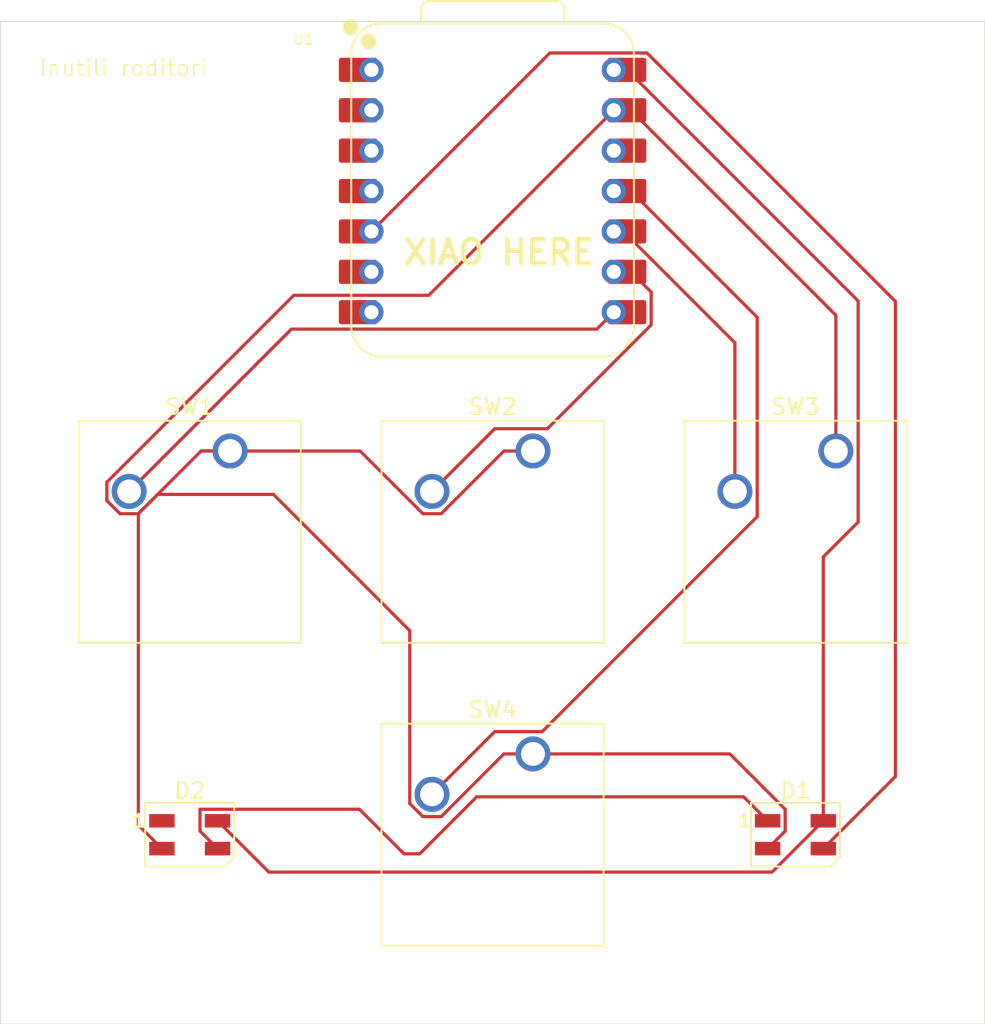
<source format=kicad_pcb>
(kicad_pcb (version 20241229) (generator "pcbnew") (generator_version "9.0")
  (layers (0 "F.Cu" signal) (2 "B.Cu" signal) (13 "F.Paste" user) (15 "B.Paste" user) (5 "F.SilkS" user "F.Silkscreen") (7 "B.SilkS" user "B.Silkscreen") (1 "F.Mask" user) (3 "B.Mask" user) (25 "Edge.Cuts" user))
  (net 0 "")
  (net 1 "Net-(D1-DOUT)")
  (net 2 "+5V")
  (net 3 "Net-(D1-DIN)")
  (net 4 "GND")
  (net 6 "Net-(U1-GPIO1{slash}RX)")
  (net 7 "Net-(U1-GPIO2{slash}SCK)")
  (net 8 "Net-(U1-GPIO4{slash}MISO)")
  (net 9 "Net-(U1-GPIO3{slash}MOSI)")
  (footprint "Button_Switch_Keyboard:SW_Cherry_MX_1.00u_PCB" (layer "F.Cu") (at 178.7525 71.12)
    (property "Reference" "SW1" (at -2.54 -2.794 0) (layer "F.SilkS"))
    (property "Value" "SW_Push")
    (fp_line (start -9.525 -1.905) (end 4.445 -1.905) (stroke (width 0.12)) (layer "F.SilkS"))
    (fp_line (start -9.525 12.065) (end -9.525 -1.905) (stroke (width 0.12)) (layer "F.SilkS"))
    (fp_line (start 4.445 -1.905) (end 4.445 12.065) (stroke (width 0.12)) (layer "F.SilkS"))
    (fp_line (start 4.445 12.065) (end -9.525 12.065) (stroke (width 0.12)) (layer "F.SilkS"))
    (pad "" np_thru_hole circle (at -7.62 5.08) (size 1.7 1.7) (drill 1.7) (layers "*.Cu" "*.Mask"))
    (pad "" np_thru_hole circle (at -2.54 5.08) (size 4 4) (drill 4) (layers "*.Cu" "*.Mask"))
    (pad "" np_thru_hole circle (at 2.54 5.08) (size 1.7 1.7) (drill 1.7) (layers "*.Cu" "*.Mask"))
    (pad "1" thru_hole circle (at 0 0) (size 2.2 2.2) (drill 1.5) (layers "*.Cu" "*.Mask") (net 4 "GND"))
    (pad "2" thru_hole circle (at -6.35 2.54) (size 2.2 2.2) (drill 1.5) (layers "*.Cu" "*.Mask") (net 6 "Net-(U1-GPIO1{slash}RX)"))
  )
  (footprint "OPL:XIAO-RP2040-DIP" (layer "F.Cu") (at 195.2625 54.76875)
    (property "Reference" "U1" (at -11.90625 -9.525 0) (layer "F.SilkS") (effects (font (size 0.635 0.635) (thickness 0.1016))))
    (property "Value" "XIAO-RP2040-DIP")
    (fp_line (start -8.89 8.509) (end -8.89 -8.636) (stroke (width 0.127)) (layer "F.SilkS"))
    (fp_line (start -6.985 10.414) (end 6.985 10.414) (stroke (width 0.127)) (layer "F.SilkS"))
    (fp_line (start -4.495 -10.541) (end -4.491272 -11.451272) (stroke (width 0.127)) (layer "F.SilkS"))
    (fp_line (start -3.991272 -11.951) (end 4.004 -11.951) (stroke (width 0.127)) (layer "F.SilkS"))
    (fp_line (start 4.504 -11.451) (end 4.504 -10.541) (stroke (width 0.127)) (layer "F.SilkS"))
    (fp_line (start 6.985 -10.541) (end -6.985 -10.541) (stroke (width 0.1)) (layer "F.SilkS"))
    (fp_line (start 6.985 -10.541) (end -6.985 -10.541) (stroke (width 0.127)) (layer "F.SilkS"))
    (fp_line (start 8.89 8.509) (end 8.89 -8.636) (stroke (width 0.127)) (layer "F.SilkS"))
    (fp_arc (start -8.89 -8.636) (mid -8.332038 -9.983038) (end -6.985 -10.541) (stroke (width 0.127)) (layer "F.SilkS"))
    (fp_arc (start -6.985 10.414) (mid -8.332038 9.856038) (end -8.89 8.509) (stroke (width 0.127)) (layer "F.SilkS"))
    (fp_arc (start -4.491272 -11.451272) (mid -4.344728 -11.80464) (end -3.991272 -11.951) (stroke (width 0.127)) (layer "F.SilkS"))
    (fp_arc (start 4.004 -11.951) (mid 4.357553 -11.804553) (end 4.504 -11.451) (stroke (width 0.127)) (layer "F.SilkS"))
    (fp_arc (start 6.985 -10.541) (mid 8.332038 -9.983038) (end 8.89 -8.636) (stroke (width 0.127)) (layer "F.SilkS"))
    (fp_arc (start 8.89 8.509) (mid 8.332038 9.856038) (end 6.985 10.414) (stroke (width 0.127)) (layer "F.SilkS"))
    (fp_circle (center -8.95 -10.3) (end -8.95 -10.554) (stroke (width 0.5)) (fill yes) (layer "F.SilkS"))
    (fp_circle (center -7.807 -9.42) (end -7.807 -9.674) (stroke (width 0.5)) (fill yes) (layer "F.SilkS"))
    (pad "1" smd roundrect (at -8.455 -7.62 180) (size 2.432 1.524) (layers "F.Cu" "F.Mask") (roundrect_rratio 0.1))
    (pad "1" thru_hole circle (at -7.62 -7.62 180) (size 1.524 1.524) (drill 0.889) (layers "*.Cu" "*.Mask"))
    (pad "2" smd roundrect (at -8.455 -5.08 180) (size 2.432 1.524) (layers "F.Cu" "F.Mask") (roundrect_rratio 0.1))
    (pad "2" thru_hole circle (at -7.62 -5.08 180) (size 1.524 1.524) (drill 0.889) (layers "*.Cu" "*.Mask"))
    (pad "3" smd roundrect (at -8.455 -2.54 180) (size 2.432 1.524) (layers "F.Cu" "F.Mask") (roundrect_rratio 0.1))
    (pad "3" thru_hole circle (at -7.62 -2.54 180) (size 1.524 1.524) (drill 0.889) (layers "*.Cu" "*.Mask"))
    (pad "4" smd roundrect (at -8.455 0 180) (size 2.432 1.524) (layers "F.Cu" "F.Mask") (roundrect_rratio 0.1))
    (pad "4" thru_hole circle (at -7.62 0 180) (size 1.524 1.524) (drill 0.889) (layers "*.Cu" "*.Mask"))
    (pad "5" smd roundrect (at -8.455 2.54 180) (size 2.432 1.524) (layers "F.Cu" "F.Mask") (roundrect_rratio 0.1) (net 3 "Net-(D1-DIN)"))
    (pad "5" thru_hole circle (at -7.62 2.54 180) (size 1.524 1.524) (drill 0.889) (layers "*.Cu" "*.Mask") (net 3 "Net-(D1-DIN)"))
    (pad "6" smd roundrect (at -8.455 5.08 180) (size 2.432 1.524) (layers "F.Cu" "F.Mask") (roundrect_rratio 0.1))
    (pad "6" thru_hole circle (at -7.62 5.08 180) (size 1.524 1.524) (drill 0.889) (layers "*.Cu" "*.Mask"))
    (pad "7" smd roundrect (at -8.455 7.62 180) (size 2.432 1.524) (layers "F.Cu" "F.Mask") (roundrect_rratio 0.1))
    (pad "7" thru_hole circle (at -7.62 7.62 180) (size 1.524 1.524) (drill 0.889) (layers "*.Cu" "*.Mask"))
    (pad "8" thru_hole circle (at 7.62 7.62) (size 1.524 1.524) (drill 0.889) (layers "*.Cu" "*.Mask") (net 6 "Net-(U1-GPIO1{slash}RX)"))
    (pad "8" smd roundrect (at 8.455 7.62) (size 2.432 1.524) (layers "F.Cu" "F.Mask") (roundrect_rratio 0.1) (net 6 "Net-(U1-GPIO1{slash}RX)"))
    (pad "9" thru_hole circle (at 7.62 5.08) (size 1.524 1.524) (drill 0.889) (layers "*.Cu" "*.Mask") (net 7 "Net-(U1-GPIO2{slash}SCK)"))
    (pad "9" smd roundrect (at 8.455 5.08) (size 2.432 1.524) (layers "F.Cu" "F.Mask") (roundrect_rratio 0.1) (net 7 "Net-(U1-GPIO2{slash}SCK)"))
    (pad "10" thru_hole circle (at 7.62 2.54) (size 1.524 1.524) (drill 0.889) (layers "*.Cu" "*.Mask") (net 8 "Net-(U1-GPIO4{slash}MISO)"))
    (pad "10" smd roundrect (at 8.455 2.54) (size 2.432 1.524) (layers "F.Cu" "F.Mask") (roundrect_rratio 0.1) (net 8 "Net-(U1-GPIO4{slash}MISO)"))
    (pad "11" thru_hole circle (at 7.62 0) (size 1.524 1.524) (drill 0.889) (layers "*.Cu" "*.Mask") (net 9 "Net-(U1-GPIO3{slash}MOSI)"))
    (pad "11" smd roundrect (at 8.455 0) (size 2.432 1.524) (layers "F.Cu" "F.Mask") (roundrect_rratio 0.1) (net 9 "Net-(U1-GPIO3{slash}MOSI)"))
    (pad "12" thru_hole circle (at 7.62 -2.54) (size 1.524 1.524) (drill 0.889) (layers "*.Cu" "*.Mask"))
    (pad "12" smd roundrect (at 8.455 -2.54) (size 2.432 1.524) (layers "F.Cu" "F.Mask") (roundrect_rratio 0.1))
    (pad "13" thru_hole circle (at 7.62 -5.08) (size 1.524 1.524) (drill 0.889) (layers "*.Cu" "*.Mask") (net 4 "GND"))
    (pad "13" smd roundrect (at 8.455 -5.08) (size 2.432 1.524) (layers "F.Cu" "F.Mask") (roundrect_rratio 0.1) (net 4 "GND"))
    (pad "14" thru_hole circle (at 7.62 -7.62) (size 1.524 1.524) (drill 0.889) (layers "*.Cu" "*.Mask") (net 2 "+5V"))
    (pad "14" smd roundrect (at 8.455 -7.62) (size 2.432 1.524) (layers "F.Cu" "F.Mask") (roundrect_rratio 0.1) (net 2 "+5V"))
  )
  (footprint "LED_SMD:LED_SK6812MINI_PLCC4_3.5x3.5mm_P1.75mm" (layer "F.Cu") (at 176.2125 95.25)
    (property "Reference" "D2" (at 0 -2.75 0) (layer "F.SilkS"))
    (property "Value" "SK6812MINI")
    (fp_line (start -2.8 -2) (end -2.8 2) (stroke (width 0.12)) (layer "F.SilkS"))
    (fp_line (start -2.8 -2) (end 2.8 -2) (stroke (width 0.12)) (layer "F.SilkS"))
    (fp_line (start -2.8 2) (end 2.2 2) (stroke (width 0.12)) (layer "F.SilkS"))
    (fp_line (start 2.8 1.4) (end 2.2 2) (stroke (width 0.12)) (layer "F.SilkS"))
    (fp_line (start 2.8 1.4) (end 2.8 -2) (stroke (width 0.12)) (layer "F.SilkS"))
    (fp_text user "1" (at -3.2 -0.875 0) (layer "F.SilkS") (effects (font (size 0.8 0.8))))
    (pad "1" smd rect (at -1.75 -0.875) (size 1.6 0.85) (layers "F.Cu" "F.Mask" "F.Paste"))
    (pad "2" smd rect (at -1.75 0.875) (size 1.6 0.85) (layers "F.Cu" "F.Mask" "F.Paste") (net 4 "GND"))
    (pad "3" smd rect (at 1.75 0.875) (size 1.6 0.85) (layers "F.Cu" "F.Mask" "F.Paste") (net 1 "Net-(D1-DOUT)"))
    (pad "4" smd rect (at 1.75 -0.875) (size 1.6 0.85) (layers "F.Cu" "F.Mask" "F.Paste") (net 2 "+5V"))
  )
  (footprint "LED_SMD:LED_SK6812MINI_PLCC4_3.5x3.5mm_P1.75mm" (layer "F.Cu") (at 214.3125 95.25)
    (property "Reference" "D1" (at 0 -2.75 0) (layer "F.SilkS"))
    (property "Value" "SK6812MINI")
    (fp_line (start -2.8 -2) (end -2.8 2) (stroke (width 0.12)) (layer "F.SilkS"))
    (fp_line (start -2.8 -2) (end 2.8 -2) (stroke (width 0.12)) (layer "F.SilkS"))
    (fp_line (start -2.8 2) (end 2.2 2) (stroke (width 0.12)) (layer "F.SilkS"))
    (fp_line (start 2.8 1.4) (end 2.2 2) (stroke (width 0.12)) (layer "F.SilkS"))
    (fp_line (start 2.8 1.4) (end 2.8 -2) (stroke (width 0.12)) (layer "F.SilkS"))
    (fp_text user "1" (at -3.2 -0.875 0) (layer "F.SilkS") (effects (font (size 0.8 0.8))))
    (pad "1" smd rect (at -1.75 -0.875) (size 1.6 0.85) (layers "F.Cu" "F.Mask" "F.Paste") (net 1 "Net-(D1-DOUT)"))
    (pad "2" smd rect (at -1.75 0.875) (size 1.6 0.85) (layers "F.Cu" "F.Mask" "F.Paste") (net 4 "GND"))
    (pad "3" smd rect (at 1.75 0.875) (size 1.6 0.85) (layers "F.Cu" "F.Mask" "F.Paste") (net 3 "Net-(D1-DIN)"))
    (pad "4" smd rect (at 1.75 -0.875) (size 1.6 0.85) (layers "F.Cu" "F.Mask" "F.Paste") (net 2 "+5V"))
  )
  (footprint "Button_Switch_Keyboard:SW_Cherry_MX_1.00u_PCB" (layer "F.Cu") (at 197.8025 71.12)
    (property "Reference" "SW2" (at -2.54 -2.794 0) (layer "F.SilkS"))
    (property "Value" "SW_Push")
    (fp_line (start -9.525 -1.905) (end 4.445 -1.905) (stroke (width 0.12)) (layer "F.SilkS"))
    (fp_line (start -9.525 12.065) (end -9.525 -1.905) (stroke (width 0.12)) (layer "F.SilkS"))
    (fp_line (start 4.445 -1.905) (end 4.445 12.065) (stroke (width 0.12)) (layer "F.SilkS"))
    (fp_line (start 4.445 12.065) (end -9.525 12.065) (stroke (width 0.12)) (layer "F.SilkS"))
    (pad "" np_thru_hole circle (at -7.62 5.08) (size 1.7 1.7) (drill 1.7) (layers "*.Cu" "*.Mask"))
    (pad "" np_thru_hole circle (at -2.54 5.08) (size 4 4) (drill 4) (layers "*.Cu" "*.Mask"))
    (pad "" np_thru_hole circle (at 2.54 5.08) (size 1.7 1.7) (drill 1.7) (layers "*.Cu" "*.Mask"))
    (pad "1" thru_hole circle (at 0 0) (size 2.2 2.2) (drill 1.5) (layers "*.Cu" "*.Mask") (net 4 "GND"))
    (pad "2" thru_hole circle (at -6.35 2.54) (size 2.2 2.2) (drill 1.5) (layers "*.Cu" "*.Mask") (net 7 "Net-(U1-GPIO2{slash}SCK)"))
  )
  (footprint "Button_Switch_Keyboard:SW_Cherry_MX_1.00u_PCB" (layer "F.Cu") (at 216.8525 71.12)
    (property "Reference" "SW3" (at -2.54 -2.794 0) (layer "F.SilkS"))
    (property "Value" "SW_Push")
    (fp_line (start -9.525 -1.905) (end 4.445 -1.905) (stroke (width 0.12)) (layer "F.SilkS"))
    (fp_line (start -9.525 12.065) (end -9.525 -1.905) (stroke (width 0.12)) (layer "F.SilkS"))
    (fp_line (start 4.445 -1.905) (end 4.445 12.065) (stroke (width 0.12)) (layer "F.SilkS"))
    (fp_line (start 4.445 12.065) (end -9.525 12.065) (stroke (width 0.12)) (layer "F.SilkS"))
    (pad "" np_thru_hole circle (at -7.62 5.08) (size 1.7 1.7) (drill 1.7) (layers "*.Cu" "*.Mask"))
    (pad "" np_thru_hole circle (at -2.54 5.08) (size 4 4) (drill 4) (layers "*.Cu" "*.Mask"))
    (pad "" np_thru_hole circle (at 2.54 5.08) (size 1.7 1.7) (drill 1.7) (layers "*.Cu" "*.Mask"))
    (pad "1" thru_hole circle (at 0 0) (size 2.2 2.2) (drill 1.5) (layers "*.Cu" "*.Mask") (net 4 "GND"))
    (pad "2" thru_hole circle (at -6.35 2.54) (size 2.2 2.2) (drill 1.5) (layers "*.Cu" "*.Mask") (net 8 "Net-(U1-GPIO4{slash}MISO)"))
  )
  (footprint "Button_Switch_Keyboard:SW_Cherry_MX_1.00u_PCB" (layer "F.Cu") (at 197.8025 90.17)
    (property "Reference" "SW4" (at -2.54 -2.794 0) (layer "F.SilkS"))
    (property "Value" "SW_Push")
    (fp_line (start -9.525 -1.905) (end 4.445 -1.905) (stroke (width 0.12)) (layer "F.SilkS"))
    (fp_line (start -9.525 12.065) (end -9.525 -1.905) (stroke (width 0.12)) (layer "F.SilkS"))
    (fp_line (start 4.445 -1.905) (end 4.445 12.065) (stroke (width 0.12)) (layer "F.SilkS"))
    (fp_line (start 4.445 12.065) (end -9.525 12.065) (stroke (width 0.12)) (layer "F.SilkS"))
    (pad "" np_thru_hole circle (at -7.62 5.08) (size 1.7 1.7) (drill 1.7) (layers "*.Cu" "*.Mask"))
    (pad "" np_thru_hole circle (at -2.54 5.08) (size 4 4) (drill 4) (layers "*.Cu" "*.Mask"))
    (pad "" np_thru_hole circle (at 2.54 5.08) (size 1.7 1.7) (drill 1.7) (layers "*.Cu" "*.Mask"))
    (pad "1" thru_hole circle (at 0 0) (size 2.2 2.2) (drill 1.5) (layers "*.Cu" "*.Mask") (net 4 "GND"))
    (pad "2" thru_hole circle (at -6.35 2.54) (size 2.2 2.2) (drill 1.5) (layers "*.Cu" "*.Mask") (net 9 "Net-(U1-GPIO3{slash}MOSI)"))
  )
  (gr_rect (start 164.30625 44.110444) (end 226.21875 107.15625) (stroke (width 0.05)) (fill no) (layer "Edge.Cuts"))
  (gr_text "XIAO HERE" (at 189.5 59.5 0) (layer "F.SilkS") (effects (font (size 1.5 1.5) (thickness 0.3) (bold yes)) (justify left bottom)))
  (gr_text "Inutili roditori\n" (at 166.6875 47.625 0) (layer "F.SilkS") (effects (font (size 1 1) (thickness 0.1)) (justify left bottom)))
  (segment (start 176.8615 93.649) (end 176.8615 95.024) (width 0.2) (layer "F.Cu") (net 1))
  (segment (start 176.8615 95.024) (end 177.9625 96.125) (width 0.2) (layer "F.Cu") (net 1))
  (segment (start 211.05625 92.86875) (end 212.5625 94.375) (width 0.2) (layer "F.Cu") (net 1))
  (segment (start 189.68503 96.451) (end 190.67997 96.451) (width 0.2) (layer "F.Cu") (net 1))
  (segment (start 190.67997 96.451) (end 194.26222 92.86875) (width 0.2) (layer "F.Cu") (net 1))
  (segment (start 176.8615 93.649) (end 186.88303 93.649) (width 0.2) (layer "F.Cu") (net 1))
  (segment (start 186.88303 93.649) (end 189.68503 96.451) (width 0.2) (layer "F.Cu") (net 1))
  (segment (start 194.26222 92.86875) (end 211.05625 92.86875) (width 0.2) (layer "F.Cu") (net 1))
  (segment (start 216.0625 77.774816) (end 216.0625 94.375) (width 0.2) (layer "F.Cu") (net 2))
  (segment (start 177.9625 94.375) (end 181.1885 97.601) (width 0.2) (layer "F.Cu") (net 2))
  (segment (start 218.2535 61.68475) (end 218.2535 75.583816) (width 0.2) (layer "F.Cu") (net 2))
  (segment (start 218.2535 75.583816) (end 216.0625 77.774816) (width 0.2) (layer "F.Cu") (net 2))
  (segment (start 203.7175 47.14875) (end 218.2535 61.68475) (width 0.2) (layer "F.Cu") (net 2))
  (segment (start 212.8365 97.601) (end 216.0625 94.375) (width 0.2) (layer "F.Cu") (net 2))
  (segment (start 202.8825 47.14875) (end 203.96013 47.14875) (width 0.2) (layer "F.Cu") (net 2))
  (segment (start 181.1885 97.601) (end 212.8365 97.601) (width 0.2) (layer "F.Cu") (net 2))
  (segment (start 198.8655 46.08575) (end 187.6425 57.30875) (width 0.2) (layer "F.Cu") (net 3))
  (segment (start 216.0625 96.125) (end 220.5935 91.594) (width 0.2) (layer "F.Cu") (net 3))
  (segment (start 220.5935 91.594) (end 220.5935 61.706124) (width 0.2) (layer "F.Cu") (net 3))
  (segment (start 204.973126 46.08575) (end 198.8655 46.08575) (width 0.2) (layer "F.Cu") (net 3))
  (segment (start 220.5935 61.706124) (end 204.973126 46.08575) (width 0.2) (layer "F.Cu") (net 3))
  (segment (start 197.8025 71.12) (end 197.8025 71.27875) (width 0.2) (layer "F.Cu") (net 4))
  (segment (start 213.6635 95.024) (end 213.6635 93.649) (width 0.2) (layer "F.Cu") (net 4))
  (segment (start 197.8025 71.27875) (end 197.64375 71.4375) (width 0.2) (layer "F.Cu") (net 4))
  (segment (start 171.0015 73.079686) (end 171.0015 74.240314) (width 0.2) (layer "F.Cu") (net 4))
  (segment (start 172.982814 75.061) (end 174.194814 73.849) (width 0.2) (layer "F.Cu") (net 4))
  (segment (start 203.96013 49.68875) (end 202.8825 49.68875) (width 0.2) (layer "F.Cu") (net 4))
  (segment (start 210.1845 90.17) (end 197.8025 90.17) (width 0.2) (layer "F.Cu") (net 4))
  (segment (start 212.5625 96.125) (end 213.6635 95.024) (width 0.2) (layer "F.Cu") (net 4))
  (segment (start 186.931186 71.12) (end 190.872186 75.061) (width 0.2) (layer "F.Cu") (net 4))
  (segment (start 192.960625 59.610625) (end 191.2455 61.32575) (width 0.2) (layer "F.Cu") (net 4))
  (segment (start 172.982814 75.061) (end 172.982814 94.645314) (width 0.2) (layer "F.Cu") (net 4))
  (segment (start 216.8525 71.12) (end 216.8525 62.58112) (width 0.2) (layer "F.Cu") (net 4))
  (segment (start 190.872186 94.111) (end 192.032814 94.111) (width 0.2) (layer "F.Cu") (net 4))
  (segment (start 181.4815 73.849) (end 190.0515 82.419) (width 0.2) (layer "F.Cu") (net 4))
  (segment (start 192.032814 75.061) (end 195.973814 71.12) (width 0.2) (layer "F.Cu") (net 4))
  (segment (start 190.0515 82.419) (end 190.0515 93.290314) (width 0.2) (layer "F.Cu") (net 4))
  (segment (start 202.8825 49.68875) (end 192.960625 59.610625) (width 0.2) (layer "F.Cu") (net 4))
  (segment (start 195.973814 90.17) (end 197.8025 90.17) (width 0.2) (layer "F.Cu") (net 4))
  (segment (start 190.0515 93.290314) (end 190.872186 94.111) (width 0.2) (layer "F.Cu") (net 4))
  (segment (start 171.0015 74.240314) (end 171.822186 75.061) (width 0.2) (layer "F.Cu") (net 4))
  (segment (start 176.923814 71.12) (end 186.931186 71.12) (width 0.2) (layer "F.Cu") (net 4))
  (segment (start 182.755436 61.32575) (end 171.0015 73.079686) (width 0.2) (layer "F.Cu") (net 4))
  (segment (start 171.822186 75.061) (end 172.982814 75.061) (width 0.2) (layer "F.Cu") (net 4))
  (segment (start 195.973814 71.12) (end 197.8025 71.12) (width 0.2) (layer "F.Cu") (net 4))
  (segment (start 213.6635 93.649) (end 210.1845 90.17) (width 0.2) (layer "F.Cu") (net 4))
  (segment (start 174.194814 73.849) (end 181.4815 73.849) (width 0.2) (layer "F.Cu") (net 4))
  (segment (start 192.032814 94.111) (end 195.973814 90.17) (width 0.2) (layer "F.Cu") (net 4))
  (segment (start 176.923814 71.12) (end 178.7525 71.12) (width 0.2) (layer "F.Cu") (net 4))
  (segment (start 216.8525 62.58112) (end 203.96013 49.68875) (width 0.2) (layer "F.Cu") (net 4))
  (segment (start 172.982814 75.061) (end 176.923814 71.12) (width 0.2) (layer "F.Cu") (net 4))
  (segment (start 191.2455 61.32575) (end 182.755436 61.32575) (width 0.2) (layer "F.Cu") (net 4))
  (segment (start 172.982814 94.645314) (end 174.4625 96.125) (width 0.2) (layer "F.Cu") (net 4))
  (segment (start 190.872186 75.061) (end 192.032814 75.061) (width 0.2) (layer "F.Cu") (net 4))
  (segment (start 202.8825 62.38875) (end 201.8195 63.45175) (width 0.2) (layer "F.Cu") (net 6))
  (segment (start 201.8195 63.45175) (end 182.61075 63.45175) (width 0.2) (layer "F.Cu") (net 6))
  (segment (start 182.61075 63.45175) (end 172.4025 73.66) (width 0.2) (layer "F.Cu") (net 6))
  (segment (start 205.2345 61.12312) (end 205.2345 63.190376) (width 0.2) (layer "F.Cu") (net 7))
  (segment (start 205.2345 63.190376) (end 198.705876 69.719) (width 0.2) (layer "F.Cu") (net 7))
  (segment (start 195.3935 69.719) (end 191.4525 73.66) (width 0.2) (layer "F.Cu") (net 7))
  (segment (start 203.96013 59.84875) (end 205.2345 61.12312) (width 0.2) (layer "F.Cu") (net 7))
  (segment (start 202.8825 59.84875) (end 203.96013 59.84875) (width 0.2) (layer "F.Cu") (net 7))
  (segment (start 198.705876 69.719) (end 195.3935 69.719) (width 0.2) (layer "F.Cu") (net 7))
  (segment (start 202.8825 57.30875) (end 203.496126 57.30875) (width 0.2) (layer "F.Cu") (net 8))
  (segment (start 210.5025 64.315124) (end 210.5025 73.66) (width 0.2) (layer "F.Cu") (net 8))
  (segment (start 203.496126 57.30875) (end 210.5025 64.315124) (width 0.2) (layer "F.Cu") (net 8))
  (segment (start 211.9035 62.71212) (end 211.9035 75.248314) (width 0.2) (layer "F.Cu") (net 9))
  (segment (start 211.9035 75.248314) (end 198.382814 88.769) (width 0.2) (layer "F.Cu") (net 9))
  (segment (start 202.8825 54.76875) (end 203.96013 54.76875) (width 0.2) (layer "F.Cu") (net 9))
  (segment (start 195.3935 88.769) (end 191.4525 92.71) (width 0.2) (layer "F.Cu") (net 9))
  (segment (start 198.382814 88.769) (end 195.3935 88.769) (width 0.2) (layer "F.Cu") (net 9))
  (segment (start 203.96013 54.76875) (end 211.9035 62.71212) (width 0.2) (layer "F.Cu") (net 9))
)
</source>
